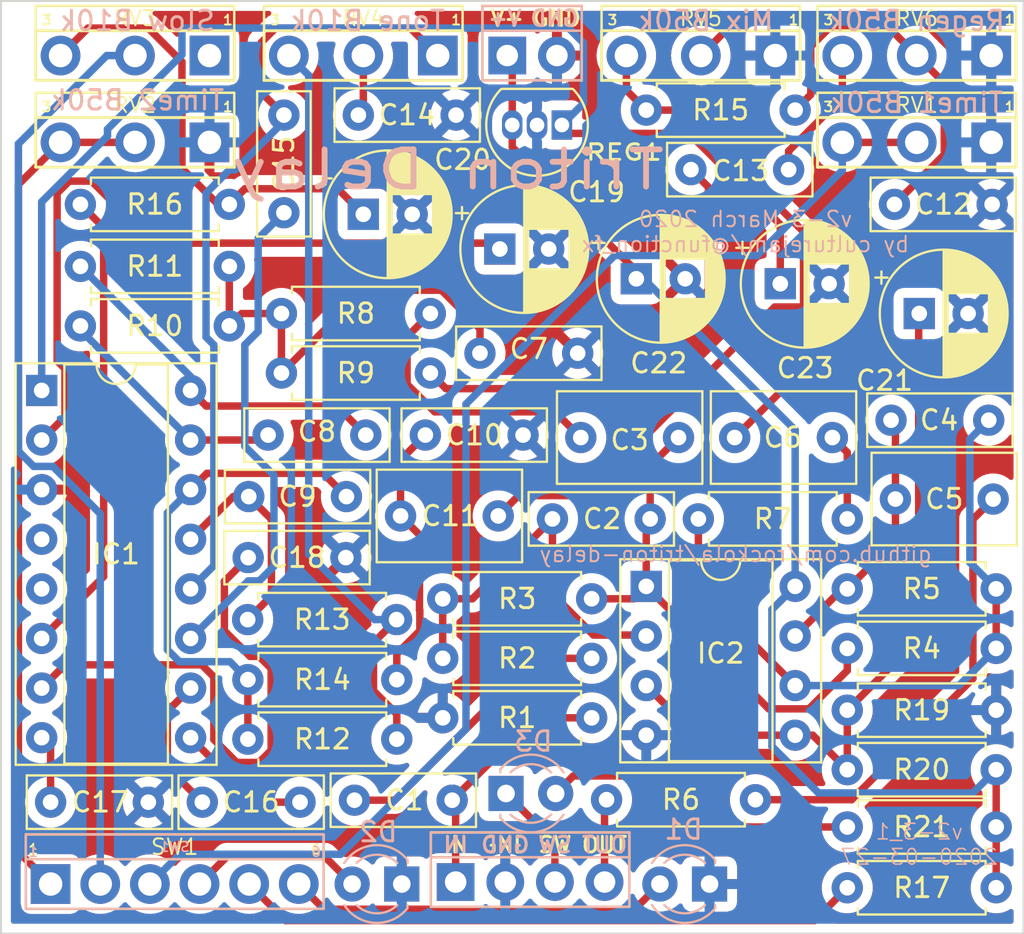
<source format=kicad_pcb>
(kicad_pcb (version 20200119) (host pcbnew "(5.99.0-1153-ge46e2e4e7)")
  (layers (0 "F.Cu" signal) (31 "B.Cu" signal) (34 "B.Paste" user) (35 "F.Paste" user) (36 "B.SilkS" user) (37 "F.SilkS" user) (38 "B.Mask" user) (39 "F.Mask" user) (44 "Edge.Cuts" user))
  (net 0 "")
  (net 1 "Net-(C1-Pad2)")
  (net 2 "IN")
  (net 3 "Net-(C2-Pad2)")
  (net 4 "Net-(C2-Pad1)")
  (net 5 "Net-(C3-Pad2)")
  (net 6 "Net-(C4-Pad2)")
  (net 7 "Net-(C4-Pad1)")
  (net 8 "Net-(C5-Pad2)")
  (net 9 "Net-(C6-Pad2)")
  (net 10 "Net-(C6-Pad1)")
  (net 11 "GND")
  (net 12 "Net-(C7-Pad1)")
  (net 13 "Net-(C8-Pad2)")
  (net 14 "Net-(C8-Pad1)")
  (net 15 "Net-(C9-Pad2)")
  (net 16 "Net-(C9-Pad1)")
  (net 17 "Net-(C10-Pad1)")
  (net 18 "Net-(C11-Pad2)")
  (net 19 "Net-(C12-Pad1)")
  (net 20 "Net-(C13-Pad2)")
  (net 21 "Net-(C13-Pad1)")
  (net 22 "Net-(C14-Pad1)")
  (net 23 "Net-(C15-Pad2)")
  (net 24 "Net-(C15-Pad1)")
  (net 25 "Net-(C16-Pad2)")
  (net 26 "Net-(C16-Pad1)")
  (net 27 "Net-(C17-Pad1)")
  (net 28 "Net-(C18-Pad1)")
  (net 29 "Net-(C19-Pad1)")
  (net 30 "Net-(C20-Pad1)")
  (net 31 "VR")
  (net 32 "+9V")
  (net 33 "VA")
  (net 34 "Net-(D1-Pad2)")
  (net 35 "Net-(D2-Pad2)")
  (net 36 "L+")
  (net 37 "LED-")
  (net 38 "Net-(IC1-Pad6)")
  (net 39 "Net-(IC1-Pad5)")
  (net 40 "Net-(IC1-Pad4)")
  (net 41 "OUT")
  (net 42 "Net-(R12-Pad2)")
  (net 43 "Net-(RV1-Pad2)")
  (net 44 "Net-(RV2-Pad2)")
  (net 45 "Net-(RV3-Pad2)")
  (net 46 "Net-(RV3-Pad1)")
  (net 47 "Net-(R17-Pad2)")
  (module "rockola_kicad_footprints:R_DIN0207" (layer "F.Cu") (at 116.078 75.819 180)
    (fp_text reference "R1" (at 3.81 0) (layer "F.SilkS"))
    (fp_text value "1M")
    (pad "2" thru_hole oval (at 7.62 0 180) (size 1.6 1.6) (drill 0.8) (layers *.Cu *.Mask) (net 11 "GND"))
    (pad "1" thru_hole circle (at 0 0 180) (size 1.6 1.6) (drill 0.8) (layers *.Cu *.Mask) (net 2 "IN"))
  )
  (module "potentiometers:16MM_PADS.2" (layer "F.Cu") (at 92.71 46.355)
    (fp_text reference "RV2" (at 0 -1.905) (layer "F.SilkS") (effects (font (size 0.77216 0.77216) (thickness 0.1))))
    (fp_text value "Time2 B50k" (at 0.127 -2.159) (layer "B.SilkS") (effects (justify mirror)))
    (fp_text user "1" (at 4.445 -1.524) (layer "F.SilkS") (effects (font (size 0.5 0.5) (thickness 0.1)) (justify left bottom)))
    (fp_text user "3" (at -4.826 -1.524) (layer "F.SilkS") (effects (font (size 0.5 0.5) (thickness 0.1)) (justify left bottom)))
    (pad "3" thru_hole oval (at -3.81 0 180) (size 2.032 2.032) (drill 1.2) (layers *.Cu *.Mask) (net 44 "Net-(RV2-Pad2)"))
    (pad "2" thru_hole oval (at 0 0 180) (size 2.032 2.032) (drill 1.2) (layers *.Cu *.Mask) (net 44 "Net-(RV2-Pad2)"))
    (pad "1" thru_hole rect (at 3.81 0 180) (size 2.032 2.032) (drill 1.2) (layers *.Cu *.Mask) (net 11 "GND"))
  )
  (module "potentiometers:16MM_PADS.2" (layer "F.Cu") (at 132.715 46.355)
    (fp_text reference "RV1" (at 0 -1.905) (layer "F.SilkS") (effects (font (size 0.77216 0.77216) (thickness 0.1))))
    (fp_text value "Time1 B50k" (at 0 -2.032 unlocked) (layer "B.SilkS") (effects (justify mirror)))
    (fp_text user "1" (at 4.445 -1.524) (layer "F.SilkS") (effects (font (size 0.5 0.5) (thickness 0.1)) (justify left bottom)))
    (fp_text user "3" (at -4.826 -1.524) (layer "F.SilkS") (effects (font (size 0.5 0.5) (thickness 0.1)) (justify left bottom)))
    (pad "3" thru_hole oval (at -3.81 0 180) (size 2.032 2.032) (drill 1.2) (layers *.Cu *.Mask) (net 43 "Net-(RV1-Pad2)"))
    (pad "2" thru_hole oval (at 0 0 180) (size 2.032 2.032) (drill 1.2) (layers *.Cu *.Mask) (net 43 "Net-(RV1-Pad2)"))
    (pad "1" thru_hole rect (at 3.81 0 180) (size 2.032 2.032) (drill 1.2) (layers *.Cu *.Mask) (net 11 "GND"))
  )
  (module "rockola_kicad_footprints:C_Box_7.2_4.5" (layer "F.Cu") (at 106.299 65.4812)
    (fp_text reference "C11" (at 2.54 0) (layer "F.SilkS"))
    (fp_text value "470n")
    (pad "2" thru_hole circle (at 5 0) (size 1.6 1.6) (drill 0.8) (layers *.Cu *.Mask) (net 18 "Net-(C11-Pad2)"))
    (pad "1" thru_hole circle (at 0 0) (size 1.6 1.6) (drill 0.8) (layers *.Cu *.Mask) (net 17 "Net-(C10-Pad1)"))
  )
  (module "rockola_kicad_footprints:C_Box_7.2_4.5" (layer "F.Cu") (at 128.397 61.468 180)
    (fp_text reference "C6" (at 2.54 0) (layer "F.SilkS"))
    (fp_text value "470n")
    (pad "2" thru_hole circle (at 5 0 180) (size 1.6 1.6) (drill 0.8) (layers *.Cu *.Mask) (net 9 "Net-(C6-Pad2)"))
    (pad "1" thru_hole circle (at 0 0 180) (size 1.6 1.6) (drill 0.8) (layers *.Cu *.Mask) (net 10 "Net-(C6-Pad1)"))
  )
  (module "rockola_kicad_footprints:C_Box_7.2_4.5" (layer "F.Cu") (at 131.6228 64.6176)
    (fp_text reference "C5" (at 2.5 0) (layer "F.SilkS"))
    (fp_text value "470n")
    (pad "2" thru_hole circle (at 5 0) (size 1.6 1.6) (drill 0.8) (layers *.Cu *.Mask) (net 8 "Net-(C5-Pad2)"))
    (pad "1" thru_hole circle (at 0 0) (size 1.6 1.6) (drill 0.8) (layers *.Cu *.Mask) (net 6 "Net-(C4-Pad2)"))
  )
  (module "rockola_kicad_footprints:C_Box_7.2_4.5" (layer "F.Cu") (at 120.523 61.468 180)
    (fp_text reference "C3" (at 2.5 -0.127) (layer "F.SilkS"))
    (fp_text value "470n")
    (pad "2" thru_hole circle (at 5 0 180) (size 1.6 1.6) (drill 0.8) (layers *.Cu *.Mask) (net 5 "Net-(C3-Pad2)"))
    (pad "1" thru_hole circle (at 0 0 180) (size 1.6 1.6) (drill 0.8) (layers *.Cu *.Mask) (net 3 "Net-(C2-Pad2)"))
  )
  (module "switches:DPDT.WIRE" (layer "F.Cu") (at 94.742 84.328)
    (fp_text reference "SW1" (at 0 -1.905) (layer "F.SilkS") (effects (font (size 0.8 0.8) (thickness 0.1))))
    (fp_text value "Time" hide)
    (fp_text user "1" (at -7.239 -1.778) (layer "F.SilkS") (effects (font (size 0.5 0.5) (thickness 0.1))))
    (fp_text user "6" (at 7.239 -1.778) (layer "F.SilkS") (effects (font (size 0.5 0.5) (thickness 0.1))))
    (pad "6" thru_hole oval (at 6.35 0) (size 2.032 2.032) (drill 1.2) (layers *.Cu *.Mask) (net 34 "Net-(D1-Pad2)"))
    (pad "5" thru_hole oval (at 3.81 0) (size 2.032 2.032) (drill 1.2) (layers *.Cu *.Mask) (net 47 "Net-(R17-Pad2)"))
    (pad "4" thru_hole oval (at 1.27 0) (size 2.032 2.032) (drill 1.2) (layers *.Cu *.Mask) (net 35 "Net-(D2-Pad2)"))
    (pad "3" thru_hole oval (at -1.27 0) (size 2.032 2.032) (drill 1.2) (layers *.Cu *.Mask) (net 43 "Net-(RV1-Pad2)"))
    (pad "2" thru_hole oval (at -3.81 0) (size 2.032 2.032) (drill 1.2) (layers *.Cu *.Mask) (net 45 "Net-(RV3-Pad2)"))
    (pad "1" thru_hole rect (at -6.35 0) (size 2.032 2.032) (drill 1.2) (layers *.Cu *.Mask) (net 44 "Net-(RV2-Pad2)"))
  )
  (module "rockola_kicad_footprints:Power_Header_2pin" (layer "F.Cu") (at 115.57 41.91)
    (fp_text reference "J2" hide)
    (fp_text value "Power_Connector" hide)
    (fp_text user "V+" (at -3.81 -1.905 unlocked) (layer "F.SilkS") (effects (font (size 0.8 0.8))))
    (fp_text user "GND" (at -1.27 -1.905 unlocked) (layer "F.SilkS") (effects (font (size 0.8 0.8))))
    (fp_text user "V+" (at -3.937 -1.905 unlocked) (layer "B.SilkS") (effects (font (size 0.8 0.8)) (justify mirror)))
    (fp_text user "GND" (at -1.397 -1.905 unlocked) (layer "B.SilkS") (effects (font (size 0.8 0.8)) (justify mirror)))
    (pad "2" thru_hole oval (at -1.27 0) (size 1.9304 1.9304) (drill 1.1) (layers *.Cu *.Mask) (net 11 "GND"))
    (pad "1" thru_hole rect (at -3.81 0) (size 1.9304 1.9304) (drill 1.1) (layers *.Cu *.Mask) (net 32 "+9V"))
  )
  (module "rockola_kicad_footprints:R_DIN0207" (layer "F.Cu") (at 129.159 81.407)
    (fp_text reference "R21" (at 3.81 0) (layer "F.SilkS"))
    (fp_text value "4k7")
    (pad "2" thru_hole oval (at 7.62 0) (size 1.6 1.6) (drill 0.8) (layers *.Cu *.Mask) (net 32 "+9V"))
    (pad "1" thru_hole circle (at 0 0) (size 1.6 1.6) (drill 0.8) (layers *.Cu *.Mask) (net 36 "L+"))
  )
  (module "rockola_kicad_footprints:R_DIN0207" (layer "F.Cu") (at 129.159 78.4733)
    (fp_text reference "R20" (at 3.81 0) (layer "F.SilkS"))
    (fp_text value "10k")
    (pad "2" thru_hole oval (at 7.62 0) (size 1.6 1.6) (drill 0.8) (layers *.Cu *.Mask) (net 32 "+9V"))
    (pad "1" thru_hole circle (at 0 0) (size 1.6 1.6) (drill 0.8) (layers *.Cu *.Mask) (net 31 "VR"))
  )
  (module "rockola_kicad_footprints:R_DIN0207" (layer "F.Cu") (at 129.159 75.4253)
    (fp_text reference "R19" (at 3.81 0) (layer "F.SilkS"))
    (fp_text value "10k")
    (pad "2" thru_hole oval (at 7.62 0) (size 1.6 1.6) (drill 0.8) (layers *.Cu *.Mask) (net 11 "GND"))
    (pad "1" thru_hole circle (at 0 0) (size 1.6 1.6) (drill 0.8) (layers *.Cu *.Mask) (net 31 "VR"))
  )
  (module "rockola_kicad_footprints:R_DIN0207" (layer "F.Cu") (at 136.779 84.5185 180)
    (fp_text reference "R17" (at 3.81 0) (layer "F.SilkS"))
    (fp_text value "4k7")
    (pad "2" thru_hole oval (at 7.62 0 180) (size 1.6 1.6) (drill 0.8) (layers *.Cu *.Mask) (net 47 "Net-(R17-Pad2)"))
    (pad "1" thru_hole circle (at 0 0 180) (size 1.6 1.6) (drill 0.8) (layers *.Cu *.Mask) (net 32 "+9V"))
  )
  (module "rockola_kicad_footprints:R_DIN0207" (layer "F.Cu") (at 97.536 49.53 180)
    (fp_text reference "R16" (at 3.81 0) (layer "F.SilkS"))
    (fp_text value "2k2")
    (pad "2" thru_hole oval (at 7.62 0 180) (size 1.6 1.6) (drill 0.8) (layers *.Cu *.Mask) (net 38 "Net-(IC1-Pad6)"))
    (pad "1" thru_hole circle (at 0 0 180) (size 1.6 1.6) (drill 0.8) (layers *.Cu *.Mask) (net 30 "Net-(C20-Pad1)"))
  )
  (module "rockola_kicad_footprints:R_DIN0207" (layer "F.Cu") (at 118.872 44.704)
    (fp_text reference "R15" (at 3.81 0) (layer "F.SilkS"))
    (fp_text value "1k")
    (pad "2" thru_hole oval (at 7.62 0) (size 1.6 1.6) (drill 0.8) (layers *.Cu *.Mask) (net 19 "Net-(C12-Pad1)"))
    (pad "1" thru_hole circle (at 0 0) (size 1.6 1.6) (drill 0.8) (layers *.Cu *.Mask) (net 18 "Net-(C11-Pad2)"))
  )
  (module "rockola_kicad_footprints:R_DIN0207" (layer "F.Cu") (at 98.4866 73.8632)
    (fp_text reference "R14" (at 3.81 0) (layer "F.SilkS"))
    (fp_text value "1k")
    (pad "2" thru_hole oval (at 7.62 0) (size 1.6 1.6) (drill 0.8) (layers *.Cu *.Mask) (net 17 "Net-(C10-Pad1)"))
    (pad "1" thru_hole circle (at 0 0) (size 1.6 1.6) (drill 0.8) (layers *.Cu *.Mask) (net 16 "Net-(C9-Pad1)"))
  )
  (module "rockola_kicad_footprints:R_DIN0207" (layer "F.Cu") (at 98.4758 70.7898)
    (fp_text reference "R13" (at 3.81 0) (layer "F.SilkS"))
    (fp_text value "10k")
    (pad "2" thru_hole oval (at 7.62 0) (size 1.6 1.6) (drill 0.8) (layers *.Cu *.Mask) (net 42 "Net-(R12-Pad2)"))
    (pad "1" thru_hole circle (at 0 0) (size 1.6 1.6) (drill 0.8) (layers *.Cu *.Mask) (net 15 "Net-(C9-Pad2)"))
  )
  (module "rockola_kicad_footprints:R_DIN0207" (layer "F.Cu") (at 98.4866 76.9112)
    (fp_text reference "R12" (at 3.81 0) (layer "F.SilkS"))
    (fp_text value "22k")
    (pad "2" thru_hole oval (at 7.62 0) (size 1.6 1.6) (drill 0.8) (layers *.Cu *.Mask) (net 42 "Net-(R12-Pad2)"))
    (pad "1" thru_hole circle (at 0 0) (size 1.6 1.6) (drill 0.8) (layers *.Cu *.Mask) (net 16 "Net-(C9-Pad1)"))
  )
  (module "rockola_kicad_footprints:R_DIN0207" (layer "F.Cu") (at 97.536 52.705 180)
    (fp_text reference "R11" (at 3.81 0) (layer "F.SilkS"))
    (fp_text value "10k")
    (pad "2" thru_hole oval (at 7.62 0 180) (size 1.6 1.6) (drill 0.8) (layers *.Cu *.Mask) (net 14 "Net-(C8-Pad1)"))
    (pad "1" thru_hole circle (at 0 0 180) (size 1.6 1.6) (drill 0.8) (layers *.Cu *.Mask) (net 12 "Net-(C7-Pad1)"))
  )
  (module "rockola_kicad_footprints:R_DIN0207" (layer "F.Cu") (at 97.536 55.753 180)
    (fp_text reference "R10" (at 3.81 0) (layer "F.SilkS"))
    (fp_text value "10k")
    (pad "2" thru_hole oval (at 7.62 0 180) (size 1.6 1.6) (drill 0.8) (layers *.Cu *.Mask) (net 13 "Net-(C8-Pad2)"))
    (pad "1" thru_hole circle (at 0 0 180) (size 1.6 1.6) (drill 0.8) (layers *.Cu *.Mask) (net 12 "Net-(C7-Pad1)"))
  )
  (module "rockola_kicad_footprints:R_DIN0207" (layer "F.Cu") (at 100.203 58.166)
    (fp_text reference "R9" (at 3.81 0) (layer "F.SilkS"))
    (fp_text value "22k")
    (pad "2" thru_hole oval (at 7.62 0) (size 1.6 1.6) (drill 0.8) (layers *.Cu *.Mask) (net 21 "Net-(C13-Pad1)"))
    (pad "1" thru_hole circle (at 0 0) (size 1.6 1.6) (drill 0.8) (layers *.Cu *.Mask) (net 12 "Net-(C7-Pad1)"))
  )
  (module "rockola_kicad_footprints:R_DIN0207" (layer "F.Cu") (at 107.823 55.118 180)
    (fp_text reference "R8" (at 3.81 0) (layer "F.SilkS"))
    (fp_text value "22k")
    (pad "2" thru_hole oval (at 7.62 0 180) (size 1.6 1.6) (drill 0.8) (layers *.Cu *.Mask) (net 12 "Net-(C7-Pad1)"))
    (pad "1" thru_hole circle (at 0 0 180) (size 1.6 1.6) (drill 0.8) (layers *.Cu *.Mask) (net 5 "Net-(C3-Pad2)"))
  )
  (module "rockola_kicad_footprints:R_DIN0207" (layer "F.Cu") (at 121.539 65.6336)
    (fp_text reference "R7" (at 3.81 0) (layer "F.SilkS"))
    (fp_text value "15k")
    (pad "2" thru_hole oval (at 7.62 0) (size 1.6 1.6) (drill 0.8) (layers *.Cu *.Mask) (net 10 "Net-(C6-Pad1)"))
    (pad "1" thru_hole circle (at 0 0) (size 1.6 1.6) (drill 0.8) (layers *.Cu *.Mask) (net 7 "Net-(C4-Pad1)"))
  )
  (module "rockola_kicad_footprints:R_DIN0207" (layer "F.Cu") (at 124.46 80.01 180)
    (fp_text reference "R6" (at 3.81 0) (layer "F.SilkS"))
    (fp_text value "1k")
    (pad "2" thru_hole oval (at 7.62 0 180) (size 1.6 1.6) (drill 0.8) (layers *.Cu *.Mask) (net 41 "OUT"))
    (pad "1" thru_hole circle (at 0 0 180) (size 1.6 1.6) (drill 0.8) (layers *.Cu *.Mask) (net 8 "Net-(C5-Pad2)"))
  )
  (module "rockola_kicad_footprints:R_DIN0207" (layer "F.Cu") (at 136.779 69.215 180)
    (fp_text reference "R5" (at 3.81 0) (layer "F.SilkS"))
    (fp_text value "12k")
    (pad "2" thru_hole oval (at 7.62 0 180) (size 1.6 1.6) (drill 0.8) (layers *.Cu *.Mask) (net 6 "Net-(C4-Pad2)"))
    (pad "1" thru_hole circle (at 0 0 180) (size 1.6 1.6) (drill 0.8) (layers *.Cu *.Mask) (net 7 "Net-(C4-Pad1)"))
  )
  (module "rockola_kicad_footprints:R_DIN0207" (layer "F.Cu") (at 129.159 72.263)
    (fp_text reference "R4" (at 3.81 0) (layer "F.SilkS"))
    (fp_text value "22k")
    (pad "2" thru_hole oval (at 7.62 0) (size 1.6 1.6) (drill 0.8) (layers *.Cu *.Mask) (net 7 "Net-(C4-Pad1)"))
    (pad "1" thru_hole circle (at 0 0) (size 1.6 1.6) (drill 0.8) (layers *.Cu *.Mask) (net 3 "Net-(C2-Pad2)"))
  )
  (module "rockola_kicad_footprints:R_DIN0207" (layer "F.Cu") (at 108.458 69.723)
    (fp_text reference "R3" (at 3.81 0) (layer "F.SilkS"))
    (fp_text value "330k")
    (pad "2" thru_hole oval (at 7.62 0) (size 1.6 1.6) (drill 0.8) (layers *.Cu *.Mask) (net 3 "Net-(C2-Pad2)"))
    (pad "1" thru_hole circle (at 0 0) (size 1.6 1.6) (drill 0.8) (layers *.Cu *.Mask) (net 4 "Net-(C2-Pad1)"))
  )
  (module "rockola_kicad_footprints:R_DIN0207" (layer "F.Cu") (at 116.078 72.771 180)
    (fp_text reference "R2" (at 3.81 0) (layer "F.SilkS"))
    (fp_text value "150k")
    (pad "2" thru_hole oval (at 7.62 0 180) (size 1.6 1.6) (drill 0.8) (layers *.Cu *.Mask) (net 4 "Net-(C2-Pad1)"))
    (pad "1" thru_hole circle (at 0 0 180) (size 1.6 1.6) (drill 0.8) (layers *.Cu *.Mask) (net 1 "Net-(C1-Pad2)"))
  )
  (module "potentiometers:16MM_PADS.2" (layer "F.Cu") (at 132.715 41.91)
    (fp_text reference "RV6" (at 0 -1.905) (layer "F.SilkS") (effects (font (size 0.77216 0.77216) (thickness 0.1))))
    (fp_text value "Regen B50k" (at 0 -1.778) (layer "B.SilkS") (effects (justify mirror)))
    (fp_text user "1" (at 4.445 -1.524) (layer "F.SilkS") (effects (font (size 0.5 0.5) (thickness 0.1)) (justify left bottom)))
    (fp_text user "3" (at -4.826 -1.524) (layer "F.SilkS") (effects (font (size 0.5 0.5) (thickness 0.1)) (justify left bottom)))
    (pad "3" thru_hole oval (at -3.81 0 180) (size 2.032 2.032) (drill 1.2) (layers *.Cu *.Mask) (net 20 "Net-(C13-Pad2)"))
    (pad "2" thru_hole oval (at 0 0 180) (size 2.032 2.032) (drill 1.2) (layers *.Cu *.Mask) (net 19 "Net-(C12-Pad1)"))
    (pad "1" thru_hole rect (at 3.81 0 180) (size 2.032 2.032) (drill 1.2) (layers *.Cu *.Mask) (net 11 "GND"))
  )
  (module "potentiometers:16MM_PADS.2" (layer "F.Cu") (at 121.666 41.91)
    (fp_text reference "RV5" (at 0 -1.905) (layer "F.SilkS") (effects (font (size 0.77216 0.77216) (thickness 0.1))))
    (fp_text value "Mix B50k" (at 0.254 -1.778) (layer "B.SilkS") (effects (justify mirror)))
    (fp_text user "1" (at 4.445 -1.524) (layer "F.SilkS") (effects (font (size 0.5 0.5) (thickness 0.1)) (justify left bottom)))
    (fp_text user "3" (at -4.826 -1.524) (layer "F.SilkS") (effects (font (size 0.5 0.5) (thickness 0.1)) (justify left bottom)))
    (pad "3" thru_hole oval (at -3.81 0 180) (size 2.032 2.032) (drill 1.2) (layers *.Cu *.Mask) (net 18 "Net-(C11-Pad2)"))
    (pad "2" thru_hole oval (at 0 0 180) (size 2.032 2.032) (drill 1.2) (layers *.Cu *.Mask) (net 9 "Net-(C6-Pad2)"))
    (pad "1" thru_hole rect (at 3.81 0 180) (size 2.032 2.032) (drill 1.2) (layers *.Cu *.Mask) (net 11 "GND"))
  )
  (module "potentiometers:16MM_PADS.2" (layer "F.Cu") (at 104.394 41.91)
    (fp_text reference "RV4" (at 0 -1.905) (layer "F.SilkS") (effects (font (size 0.77216 0.77216) (thickness 0.1))))
    (fp_text value "Tone B10k" (at 0.230001 -1.778) (layer "B.SilkS") (effects (justify mirror)))
    (fp_text user "1" (at 4.445 -1.524) (layer "F.SilkS") (effects (font (size 0.5 0.5) (thickness 0.1)) (justify left bottom)))
    (fp_text user "3" (at -4.826 -1.524) (layer "F.SilkS") (effects (font (size 0.5 0.5) (thickness 0.1)) (justify left bottom)))
    (pad "3" thru_hole oval (at -3.81 0 180) (size 2.032 2.032) (drill 1.2) (layers *.Cu *.Mask) (net 42 "Net-(R12-Pad2)"))
    (pad "2" thru_hole oval (at 0 0 180) (size 2.032 2.032) (drill 1.2) (layers *.Cu *.Mask) (net 22 "Net-(C14-Pad1)"))
    (pad "1" thru_hole rect (at 3.81 0 180) (size 2.032 2.032) (drill 1.2) (layers *.Cu *.Mask) (net 24 "Net-(C15-Pad1)"))
  )
  (module "potentiometers:16MM_PADS.2" (layer "F.Cu") (at 92.71 41.91)
    (fp_text reference "RV3" (at 0 -1.905) (layer "F.SilkS") (effects (font (size 0.77216 0.77216) (thickness 0.1))))
    (fp_text value "Slow B10k" (at 0.127 -1.778) (layer "B.SilkS") (effects (justify mirror)))
    (fp_text user "1" (at 4.445 -1.524) (layer "F.SilkS") (effects (font (size 0.5 0.5) (thickness 0.1)) (justify left bottom)))
    (fp_text user "3" (at -4.826 -1.524) (layer "F.SilkS") (effects (font (size 0.5 0.5) (thickness 0.1)) (justify left bottom)))
    (pad "3" thru_hole oval (at -3.81 0 180) (size 2.032 2.032) (drill 1.2) (layers *.Cu *.Mask) (net 30 "Net-(C20-Pad1)"))
    (pad "2" thru_hole oval (at 0 0 180) (size 2.032 2.032) (drill 1.2) (layers *.Cu *.Mask) (net 45 "Net-(RV3-Pad2)"))
    (pad "1" thru_hole rect (at 3.81 0 180) (size 2.032 2.032) (drill 1.2) (layers *.Cu *.Mask) (net 46 "Net-(RV3-Pad1)"))
  )
  (module "Package_TO_SOT_THT:TO-92_Inline" (layer "F.Cu") (at 114.554 45.466 180)
    (fp_text reference "REG1" (at -3.175 -1.397) (layer "F.SilkS") (effects (font (size 0.8 1))))
    (fp_text value "L78L05_TO92")
    (pad "1" thru_hole rect (at 0 0 180) (size 1.05 1.5) (drill 0.75) (layers *.Cu *.Mask) (net 33 "VA"))
    (pad "3" thru_hole oval (at 2.54 0 180) (size 1.05 1.5) (drill 0.75) (layers *.Cu *.Mask) (net 32 "+9V"))
    (pad "2" thru_hole oval (at 1.27 0 180) (size 1.05 1.5) (drill 0.75) (layers *.Cu *.Mask) (net 11 "GND"))
  )
  (module "rockola_kicad_footprints:Stomp_4pin" (layer "F.Cu") (at 112.9284 84.2264)
    (fp_text reference "J1" hide)
    (fp_text value "Stomp_Connector" hide)
    (fp_text user "OUT" (at 3.81 -1.905 unlocked) (layer "B.SilkS") (effects (font (size 0.8 0.8)) (justify mirror)))
    (fp_text user "SW" (at 1.27 -1.905 unlocked) (layer "B.SilkS") (effects (font (size 0.8 0.8)) (justify mirror)))
    (fp_text user "GND" (at -1.27 -1.905 unlocked) (layer "B.SilkS") (effects (font (size 0.8 0.8)) (justify mirror)))
    (fp_text user "IN" (at -3.81 -1.905 unlocked) (layer "B.SilkS") (effects (font (size 0.8 0.8)) (justify mirror)))
    (fp_text user "OUT" (at 3.81 -1.905 unlocked) (layer "F.SilkS") (effects (font (size 0.8 0.8))))
    (fp_text user "SW" (at 1.27 -1.905 unlocked) (layer "F.SilkS") (effects (font (size 0.8 0.8))))
    (fp_text user "GND" (at -1.27 -1.905 unlocked) (layer "F.SilkS") (effects (font (size 0.8 0.8))))
    (fp_text user "IN" (at -3.81 -1.905 unlocked) (layer "F.SilkS") (effects (font (size 0.8 0.8))))
    (pad "4" thru_hole oval (at 3.81 0) (size 1.9304 1.9304) (drill 1.1) (layers *.Cu *.Mask) (net 41 "OUT"))
    (pad "3" thru_hole oval (at 1.27 0) (size 1.9304 1.9304) (drill 1.1) (layers *.Cu *.Mask) (net 37 "LED-"))
    (pad "2" thru_hole oval (at -1.27 0) (size 1.9304 1.9304) (drill 1.1) (layers *.Cu *.Mask) (net 11 "GND"))
    (pad "1" thru_hole rect (at -3.81 0) (size 1.9304 1.9304) (drill 1.1) (layers *.Cu *.Mask) (net 2 "IN"))
  )
  (module "Package_DIP:DIP-8_W7.62mm_Socket" (layer "F.Cu") (at 118.872 69.088)
    (fp_text reference "IC2" (at 3.81 3.429) (layer "F.SilkS"))
    (fp_text value "TL072")
    (pad "8" thru_hole oval (at 7.62 0) (size 1.6 1.6) (drill 0.8) (layers *.Cu *.Mask) (net 32 "+9V"))
    (pad "4" thru_hole oval (at 0 7.62) (size 1.6 1.6) (drill 0.8) (layers *.Cu *.Mask) (net 11 "GND"))
    (pad "7" thru_hole oval (at 7.62 2.54) (size 1.6 1.6) (drill 0.8) (layers *.Cu *.Mask) (net 6 "Net-(C4-Pad2)"))
    (pad "3" thru_hole oval (at 0 5.08) (size 1.6 1.6) (drill 0.8) (layers *.Cu *.Mask) (net 31 "VR"))
    (pad "6" thru_hole oval (at 7.62 5.08) (size 1.6 1.6) (drill 0.8) (layers *.Cu *.Mask) (net 7 "Net-(C4-Pad1)"))
    (pad "2" thru_hole oval (at 0 2.54) (size 1.6 1.6) (drill 0.8) (layers *.Cu *.Mask) (net 4 "Net-(C2-Pad1)"))
    (pad "5" thru_hole oval (at 7.62 7.62) (size 1.6 1.6) (drill 0.8) (layers *.Cu *.Mask) (net 31 "VR"))
    (pad "1" thru_hole rect (at 0 0) (size 1.6 1.6) (drill 0.8) (layers *.Cu *.Mask) (net 3 "Net-(C2-Pad2)"))
  )
  (module "Package_DIP:DIP-16_W7.62mm_Socket" (layer "F.Cu") (at 87.9348 59.055)
    (fp_text reference "IC1" (at 3.81 8.382) (layer "F.SilkS"))
    (fp_text value "PT2399")
    (pad "16" thru_hole oval (at 7.62 0) (size 1.6 1.6) (drill 0.8) (layers *.Cu *.Mask) (net 14 "Net-(C8-Pad1)"))
    (pad "8" thru_hole oval (at 0 17.78) (size 1.6 1.6) (drill 0.8) (layers *.Cu *.Mask) (net 27 "Net-(C17-Pad1)"))
    (pad "15" thru_hole oval (at 7.62 2.54) (size 1.6 1.6) (drill 0.8) (layers *.Cu *.Mask) (net 13 "Net-(C8-Pad2)"))
    (pad "7" thru_hole oval (at 0 15.24) (size 1.6 1.6) (drill 0.8) (layers *.Cu *.Mask) (net 28 "Net-(C18-Pad1)"))
    (pad "14" thru_hole oval (at 7.62 5.08) (size 1.6 1.6) (drill 0.8) (layers *.Cu *.Mask) (net 16 "Net-(C9-Pad1)"))
    (pad "6" thru_hole oval (at 0 12.7) (size 1.6 1.6) (drill 0.8) (layers *.Cu *.Mask) (net 38 "Net-(IC1-Pad6)"))
    (pad "13" thru_hole oval (at 7.62 7.62) (size 1.6 1.6) (drill 0.8) (layers *.Cu *.Mask) (net 15 "Net-(C9-Pad2)"))
    (pad "5" thru_hole oval (at 0 10.16) (size 1.6 1.6) (drill 0.8) (layers *.Cu *.Mask) (net 39 "Net-(IC1-Pad5)"))
    (pad "12" thru_hole oval (at 7.62 10.16) (size 1.6 1.6) (drill 0.8) (layers *.Cu *.Mask) (net 24 "Net-(C15-Pad1)"))
    (pad "4" thru_hole oval (at 0 7.62) (size 1.6 1.6) (drill 0.8) (layers *.Cu *.Mask) (net 40 "Net-(IC1-Pad4)"))
    (pad "11" thru_hole oval (at 7.62 12.7) (size 1.6 1.6) (drill 0.8) (layers *.Cu *.Mask) (net 23 "Net-(C15-Pad2)"))
    (pad "3" thru_hole oval (at 0 5.08) (size 1.6 1.6) (drill 0.8) (layers *.Cu *.Mask) (net 11 "GND"))
    (pad "10" thru_hole oval (at 7.62 15.24) (size 1.6 1.6) (drill 0.8) (layers *.Cu *.Mask) (net 25 "Net-(C16-Pad2)"))
    (pad "2" thru_hole oval (at 0 2.54) (size 1.6 1.6) (drill 0.8) (layers *.Cu *.Mask) (net 29 "Net-(C19-Pad1)"))
    (pad "9" thru_hole oval (at 7.62 17.78) (size 1.6 1.6) (drill 0.8) (layers *.Cu *.Mask) (net 26 "Net-(C16-Pad1)"))
    (pad "1" thru_hole rect (at 0 0) (size 1.6 1.6) (drill 0.8) (layers *.Cu *.Mask) (net 33 "VA"))
  )
  (module "LED_THT:LED_D3.0mm" (layer "B.Cu") (at 111.6965 79.6925)
    (fp_text reference "D3" (at 1.397 -2.667) (layer "B.SilkS") (effects (justify mirror)))
    (fp_text value "LED")
    (pad "2" thru_hole circle (at 2.54 0) (size 1.8 1.8) (drill 0.9) (layers *.Cu *.Mask) (net 36 "L+"))
    (pad "1" thru_hole rect (at 0 0) (size 1.8 1.8) (drill 0.9) (layers *.Cu *.Mask) (net 37 "LED-"))
  )
  (module "LED_THT:LED_D3.0mm" (layer "B.Cu") (at 106.3625 84.328 180)
    (fp_text reference "D2" (at 1.2065 2.667) (layer "B.SilkS") (effects (justify mirror)))
    (fp_text value "LED")
    (pad "2" thru_hole circle (at 2.54 0 180) (size 1.8 1.8) (drill 0.9) (layers *.Cu *.Mask) (net 35 "Net-(D2-Pad2)"))
    (pad "1" thru_hole rect (at 0 0 180) (size 1.8 1.8) (drill 0.9) (layers *.Cu *.Mask) (net 11 "GND"))
  )
  (module "LED_THT:LED_D3.0mm" (layer "B.Cu") (at 122.1105 84.328 180)
    (fp_text reference "D1" (at 1.3335 2.794) (layer "B.SilkS") (effects (justify mirror)))
    (fp_text value "LED")
    (pad "2" thru_hole circle (at 2.54 0 180) (size 1.8 1.8) (drill 0.9) (layers *.Cu *.Mask) (net 34 "Net-(D1-Pad2)"))
    (pad "1" thru_hole rect (at 0 0 180) (size 1.8 1.8) (drill 0.9) (layers *.Cu *.Mask) (net 11 "GND"))
  )
  (module "Capacitor_THT:CP_Radial_D6.3mm_P2.50mm" (layer "F.Cu") (at 125.73 53.594)
    (fp_text reference "C23" (at 1.27 4.318) (layer "F.SilkS"))
    (fp_text value "100u")
    (pad "2" thru_hole circle (at 2.5 0) (size 1.6 1.6) (drill 0.8) (layers *.Cu *.Mask) (net 11 "GND"))
    (pad "1" thru_hole rect (at 0 0) (size 1.6 1.6) (drill 0.8) (layers *.Cu *.Mask) (net 33 "VA"))
  )
  (module "Capacitor_THT:CP_Radial_D6.3mm_P2.50mm" (layer "F.Cu") (at 118.364 53.34)
    (fp_text reference "C22" (at 1.143 4.318) (layer "F.SilkS"))
    (fp_text value "100u")
    (pad "2" thru_hole circle (at 2.5 0) (size 1.6 1.6) (drill 0.8) (layers *.Cu *.Mask) (net 11 "GND"))
    (pad "1" thru_hole rect (at 0 0) (size 1.6 1.6) (drill 0.8) (layers *.Cu *.Mask) (net 32 "+9V"))
  )
  (module "Capacitor_THT:CP_Radial_D6.3mm_P2.50mm" (layer "F.Cu") (at 132.842 55.118)
    (fp_text reference "C21" (at -1.778 3.429) (layer "F.SilkS"))
    (fp_text value "47u")
    (pad "2" thru_hole circle (at 2.5 0) (size 1.6 1.6) (drill 0.8) (layers *.Cu *.Mask) (net 11 "GND"))
    (pad "1" thru_hole rect (at 0 0) (size 1.6 1.6) (drill 0.8) (layers *.Cu *.Mask) (net 31 "VR"))
  )
  (module "Capacitor_THT:CP_Radial_D6.3mm_P2.50mm" (layer "F.Cu") (at 104.394 50.038)
    (fp_text reference "C20" (at 5.08 -2.794) (layer "F.SilkS"))
    (fp_text value "100u")
    (pad "2" thru_hole circle (at 2.5 0) (size 1.6 1.6) (drill 0.8) (layers *.Cu *.Mask) (net 11 "GND"))
    (pad "1" thru_hole rect (at 0 0) (size 1.6 1.6) (drill 0.8) (layers *.Cu *.Mask) (net 30 "Net-(C20-Pad1)"))
  )
  (module "Capacitor_THT:CP_Radial_D6.3mm_P2.50mm" (layer "F.Cu") (at 111.379 51.816)
    (fp_text reference "C19" (at 4.953 -2.921) (layer "F.SilkS"))
    (fp_text value "47u")
    (pad "2" thru_hole circle (at 2.5 0) (size 1.6 1.6) (drill 0.8) (layers *.Cu *.Mask) (net 11 "GND"))
    (pad "1" thru_hole rect (at 0 0) (size 1.6 1.6) (drill 0.8) (layers *.Cu *.Mask) (net 29 "Net-(C19-Pad1)"))
  )
  (module "rockola_kicad_footprints:C_Box_7.2_2.5" (layer "F.Cu") (at 98.5012 67.6148)
    (fp_text reference "C18" (at 2.5 0) (layer "F.SilkS"))
    (fp_text value "100n")
    (pad "2" thru_hole circle (at 5 0) (size 1.6 1.6) (drill 0.8) (layers *.Cu *.Mask) (net 11 "GND"))
    (pad "1" thru_hole circle (at 0 0) (size 1.6 1.6) (drill 0.8) (layers *.Cu *.Mask) (net 28 "Net-(C18-Pad1)"))
  )
  (module "rockola_kicad_footprints:C_Box_7.2_2.5" (layer "F.Cu") (at 88.392 80.137)
    (fp_text reference "C17" (at 2.54 0 180) (layer "F.SilkS"))
    (fp_text value "100n")
    (pad "2" thru_hole circle (at 5 0) (size 1.6 1.6) (drill 0.8) (layers *.Cu *.Mask) (net 11 "GND"))
    (pad "1" thru_hole circle (at 0 0) (size 1.6 1.6) (drill 0.8) (layers *.Cu *.Mask) (net 27 "Net-(C17-Pad1)"))
  )
  (module "rockola_kicad_footprints:C_Box_7.2_2.5" (layer "F.Cu") (at 101.1555 80.137 180)
    (fp_text reference "C16" (at 2.5 0) (layer "F.SilkS"))
    (fp_text value "100n")
    (pad "2" thru_hole circle (at 5 0 180) (size 1.6 1.6) (drill 0.8) (layers *.Cu *.Mask) (net 25 "Net-(C16-Pad2)"))
    (pad "1" thru_hole circle (at 0 0 180) (size 1.6 1.6) (drill 0.8) (layers *.Cu *.Mask) (net 26 "Net-(C16-Pad1)"))
  )
  (module "rockola_kicad_footprints:C_Box_7.2_2.5" (layer "F.Cu") (at 100.33 44.958 -90)
    (fp_text reference "C15" (at 2.5 0 -270) (layer "F.SilkS"))
    (fp_text value "100n")
    (pad "2" thru_hole circle (at 5 0 270) (size 1.6 1.6) (drill 0.8) (layers *.Cu *.Mask) (net 23 "Net-(C15-Pad2)"))
    (pad "1" thru_hole circle (at 0 0 270) (size 1.6 1.6) (drill 0.8) (layers *.Cu *.Mask) (net 24 "Net-(C15-Pad1)"))
  )
  (module "rockola_kicad_footprints:C_Box_7.2_2.5" (layer "F.Cu") (at 104.14 44.958)
    (fp_text reference "C14" (at 2.5 0) (layer "F.SilkS"))
    (fp_text value "68n")
    (pad "2" thru_hole circle (at 5 0) (size 1.6 1.6) (drill 0.8) (layers *.Cu *.Mask) (net 11 "GND"))
    (pad "1" thru_hole circle (at 0 0) (size 1.6 1.6) (drill 0.8) (layers *.Cu *.Mask) (net 22 "Net-(C14-Pad1)"))
  )
  (module "rockola_kicad_footprints:C_Box_7.2_2.5" (layer "F.Cu") (at 121.158 47.752)
    (fp_text reference "C13" (at 2.54 0.0635) (layer "F.SilkS"))
    (fp_text value "22n")
    (pad "2" thru_hole circle (at 5 0) (size 1.6 1.6) (drill 0.8) (layers *.Cu *.Mask) (net 20 "Net-(C13-Pad2)"))
    (pad "1" thru_hole circle (at 0 0) (size 1.6 1.6) (drill 0.8) (layers *.Cu *.Mask) (net 21 "Net-(C13-Pad1)"))
  )
  (module "rockola_kicad_footprints:C_Box_7.2_2.5" (layer "F.Cu") (at 131.572 49.53)
    (fp_text reference "C12" (at 2.5 0) (layer "F.SilkS"))
    (fp_text value "47n")
    (pad "2" thru_hole circle (at 5 0) (size 1.6 1.6) (drill 0.8) (layers *.Cu *.Mask) (net 11 "GND"))
    (pad "1" thru_hole circle (at 0 0) (size 1.6 1.6) (drill 0.8) (layers *.Cu *.Mask) (net 19 "Net-(C12-Pad1)"))
  )
  (module "rockola_kicad_footprints:C_Box_7.2_2.5" (layer "F.Cu") (at 107.569 61.341)
    (fp_text reference "C10" (at 2.5 0) (layer "F.SilkS"))
    (fp_text value "10n")
    (pad "2" thru_hole circle (at 5 0) (size 1.6 1.6) (drill 0.8) (layers *.Cu *.Mask) (net 11 "GND"))
    (pad "1" thru_hole circle (at 0 0) (size 1.6 1.6) (drill 0.8) (layers *.Cu *.Mask) (net 17 "Net-(C10-Pad1)"))
  )
  (module "rockola_kicad_footprints:C_Box_7.2_2.5" (layer "F.Cu") (at 103.5304 64.4906 180)
    (fp_text reference "C9" (at 2.5 0) (layer "F.SilkS"))
    (fp_text value "2n2")
    (pad "2" thru_hole circle (at 5 0 180) (size 1.6 1.6) (drill 0.8) (layers *.Cu *.Mask) (net 15 "Net-(C9-Pad2)"))
    (pad "1" thru_hole circle (at 0 0 180) (size 1.6 1.6) (drill 0.8) (layers *.Cu *.Mask) (net 16 "Net-(C9-Pad1)"))
  )
  (module "rockola_kicad_footprints:C_Box_7.2_2.5" (layer "F.Cu") (at 104.521 61.341 180)
    (fp_text reference "C8" (at 2.5 0.174) (layer "F.SilkS"))
    (fp_text value "2n2")
    (pad "2" thru_hole circle (at 5 0 180) (size 1.6 1.6) (drill 0.8) (layers *.Cu *.Mask) (net 13 "Net-(C8-Pad2)"))
    (pad "1" thru_hole circle (at 0 0 180) (size 1.6 1.6) (drill 0.8) (layers *.Cu *.Mask) (net 14 "Net-(C8-Pad1)"))
  )
  (module "rockola_kicad_footprints:C_Box_7.2_2.5" (layer "F.Cu") (at 110.363 57.15)
    (fp_text reference "C7" (at 2.5 -0.221) (layer "F.SilkS"))
    (fp_text value "10n")
    (pad "2" thru_hole circle (at 5 0) (size 1.6 1.6) (drill 0.8) (layers *.Cu *.Mask) (net 11 "GND"))
    (pad "1" thru_hole circle (at 0 0) (size 1.6 1.6) (drill 0.8) (layers *.Cu *.Mask) (net 12 "Net-(C7-Pad1)"))
  )
  (module "rockola_kicad_footprints:C_Box_7.2_2.5" (layer "F.Cu") (at 136.398 60.579 180)
    (fp_text reference "C4" (at 2.54 0) (layer "F.SilkS"))
    (fp_text value "100p")
    (pad "2" thru_hole circle (at 5 0 180) (size 1.6 1.6) (drill 0.8) (layers *.Cu *.Mask) (net 6 "Net-(C4-Pad2)"))
    (pad "1" thru_hole circle (at 0 0 180) (size 1.6 1.6) (drill 0.8) (layers *.Cu *.Mask) (net 7 "Net-(C4-Pad1)"))
  )
  (module "rockola_kicad_footprints:C_Box_7.2_2.5" (layer "F.Cu") (at 114.0714 65.6336)
    (fp_text reference "C2" (at 2.54 0) (layer "F.SilkS"))
    (fp_text value "100p")
    (pad "2" thru_hole circle (at 5 0) (size 1.6 1.6) (drill 0.8) (layers *.Cu *.Mask) (net 3 "Net-(C2-Pad2)"))
    (pad "1" thru_hole circle (at 0 0) (size 1.6 1.6) (drill 0.8) (layers *.Cu *.Mask) (net 4 "Net-(C2-Pad1)"))
  )
  (module "rockola_kicad_footprints:C_Box_7.2_2.5" (layer "F.Cu") (at 108.9406 80.0354 180)
    (fp_text reference "C1" (at 2.44 0.004) (layer "F.SilkS"))
    (fp_text value "22n")
    (pad "2" thru_hole circle (at 5 0 180) (size 1.6 1.6) (drill 0.8) (layers *.Cu *.Mask) (net 1 "Net-(C1-Pad2)"))
    (pad "1" thru_hole circle (at 0 0 180) (size 1.6 1.6) (drill 0.8) (layers *.Cu *.Mask) (net 2 "IN"))
  )
  (gr_text "SW1" (at 94.742 82.423) (layer "B.SilkS") (effects (font (size 0.5 0.5) (thickness 0.08)) (justify mirror)))
  (gr_text "6" (at 101.981 82.677) (layer "B.SilkS") (effects (font (size 0.5 0.5) (thickness 0.08)) (justify mirror)))
  (gr_text "1" (at 87.503 82.677) (layer "B.SilkS") (effects (font (size 0.5 0.5) (thickness 0.08)) (justify mirror)))
  (gr_line (start 138.176 39.116) (end 138.176 86.868) (layer "Edge.Cuts") (width 0.1))
  (gr_line (start 85.852 39.116) (end 138.176 39.116) (layer "Edge.Cuts") (width 0.1))
  (gr_line (start 85.852 86.868) (end 85.852 39.116) (layer "Edge.Cuts") (width 0.1))
  (gr_line (start 138.176 86.868) (end 85.852 86.868) (layer "Edge.Cuts") (width 0.1))
  (gr_text "v2-3_1\n2020-03-27" (at 132.842 82.296) (layer "B.SilkS") (effects (font (size 0.8 0.8) (thickness 0.08)) (justify mirror)))
  (gr_text "v2-3 March 2020\nby culturejam/@function_fx" (at 123.952 50.927) (layer "B.SilkS") (effects (font (size 0.8 0.8) (thickness 0.1)) (justify mirror)))
  (gr_text "github.com/rockola/triton-delay" (at 123.444 67.437) (layer "B.SilkS") (effects (font (size 0.8 0.8) (thickness 0.1)) (justify mirror)))
  (gr_text "Triton Delay" (at 108.712 47.752) (layer "B.SilkS") (effects (font (size 1.9 2.45) (thickness 0.3)) (justify mirror)))
  (segment (start 104.394 44.704) (end 104.14 44.958) (width 0.381) (layer "F.Cu") (net 22))
  (segment (start 104.394 41.91) (end 104.394 44.704) (width 0.381) (layer "F.Cu") (net 22))
  (segment (start 128.905 42.211) (end 128.905 41.91) (width 0.381) (layer "F.Cu") (net 20))
  (segment (start 128.905 46.355) (end 132.715 46.355) (width 0.381) (layer "F.Cu") (net 43))
  (segment (start 117.856 43.688) (end 118.872 44.704) (width 0.381) (layer "F.Cu") (net 18))
  (segment (start 117.856 41.91) (end 117.856 43.688) (width 0.381) (layer "F.Cu") (net 18))
  (segment (start 131.308499 40.503499) (end 132.715 41.91) (width 0.381) (layer "F.Cu") (net 19))
  (segment (start 128.229879 40.503499) (end 131.308499 40.503499) (width 0.381) (layer "F.Cu") (net 19))
  (segment (start 127.291999 41.441379) (end 128.229879 40.503499) (width 0.381) (layer "F.Cu") (net 19))
  (segment (start 127.291999 43.904001) (end 127.291999 41.441379) (width 0.381) (layer "F.Cu") (net 19))
  (segment (start 126.492 44.704) (end 127.291999 43.904001) (width 0.381) (layer "F.Cu") (net 19))
  (segment (start 128.905 44.052942) (end 128.905 41.91) (width 0.381) (layer "F.Cu") (net 20))
  (segment (start 126.158 46.799942) (end 128.905 44.052942) (width 0.381) (layer "F.Cu") (net 20))
  (segment (start 126.158 47.752) (end 126.158 46.799942) (width 0.381) (layer "F.Cu") (net 20))
  (segment (start 88.392 77.2922) (end 87.9348 76.835) (width 0.381) (layer "F.Cu") (net 27))
  (segment (start 88.392 80.137) (end 88.392 77.2922) (width 0.381) (layer "F.Cu") (net 27))
  (segment (start 98.8568 80.137) (end 95.5548 76.835) (width 0.381) (layer "F.Cu") (net 26))
  (segment (start 101.1555 80.137) (end 98.8568 80.137) (width 0.381) (layer "F.Cu") (net 26))
  (segment (start 94.364299 78.345799) (end 94.364299 75.485501) (width 0.381) (layer "F.Cu") (net 25))
  (segment (start 94.364299 75.485501) (end 95.5548 74.295) (width 0.381) (layer "F.Cu") (net 25))
  (segment (start 96.1555 80.137) (end 94.364299 78.345799) (width 0.381) (layer "F.Cu") (net 25))
  (segment (start 98.4866 76.9112) (end 98.4866 73.8632) (width 0.381) (layer "F.Cu") (net 16))
  (segment (start 104.916099 74.434641) (end 104.916099 71.969501) (width 0.381) (layer "F.Cu") (net 42))
  (segment (start 106.1066 75.625142) (end 104.916099 74.434641) (width 0.381) (layer "F.Cu") (net 42))
  (segment (start 104.916099 71.969501) (end 106.0958 70.7898) (width 0.381) (layer "F.Cu") (net 42))
  (segment (start 106.1066 76.9112) (end 106.1066 75.625142) (width 0.381) (layer "F.Cu") (net 42))
  (segment (start 107.267499 70.294441) (end 107.267499 66.449699) (width 0.381) (layer "F.Cu") (net 17))
  (segment (start 107.267499 66.449699) (end 106.299 65.4812) (width 0.381) (layer "F.Cu") (net 17))
  (segment (start 107.286301 70.313243) (end 107.267499 70.294441) (width 0.381) (layer "F.Cu") (net 17))
  (segment (start 107.286301 71.361241) (end 107.286301 70.313243) (width 0.381) (layer "F.Cu") (net 17))
  (segment (start 106.1066 72.540942) (end 107.286301 71.361241) (width 0.381) (layer "F.Cu") (net 17))
  (segment (start 106.1066 73.8632) (end 106.1066 72.540942) (width 0.381) (layer "F.Cu") (net 17))
  (segment (start 116.7384 80.1116) (end 116.84 80.01) (width 0.381) (layer "F.Cu") (net 41))
  (segment (start 116.7384 84.2264) (end 116.7384 80.1116) (width 0.381) (layer "F.Cu") (net 41))
  (segment (start 114.1984 82.1944) (end 111.6965 79.6925) (width 0.381) (layer "F.Cu") (net 37))
  (segment (start 114.1984 84.2264) (end 114.1984 82.1944) (width 0.381) (layer "F.Cu") (net 37))
  (segment (start 109.1184 80.2132) (end 108.9406 80.0354) (width 0.381) (layer "F.Cu") (net 2))
  (segment (start 109.1184 84.2264) (end 109.1184 80.2132) (width 0.381) (layer "F.Cu") (net 2))
  (segment (start 113.157 75.819) (end 116.078 75.819) (width 0.381) (layer "F.Cu") (net 2))
  (segment (start 108.9406 80.0354) (end 113.157 75.819) (width 0.381) (layer "F.Cu") (net 2))
  (segment (start 119.813501 78.792501) (end 122.428 81.407) (width 0.381) (layer "F.Cu") (net 36))
  (segment (start 122.428 81.407) (end 129.159 81.407) (width 0.381) (layer "F.Cu") (net 36))
  (segment (start 115.136499 78.792501) (end 119.813501 78.792501) (width 0.381) (layer "F.Cu") (net 36))
  (segment (start 114.2365 79.6925) (end 115.136499 78.792501) (width 0.381) (layer "F.Cu") (net 36))
  (segment (start 102.382501 85.618501) (end 101.092 84.328) (width 0.381) (layer "F.Cu") (net 34))
  (segment (start 118.279999 85.618501) (end 102.382501 85.618501) (width 0.381) (layer "F.Cu") (net 34))
  (segment (start 119.5705 84.328) (end 118.279999 85.618501) (width 0.381) (layer "F.Cu") (net 34))
  (segment (start 102.415999 82.921499) (end 103.8225 84.328) (width 0.381) (layer "F.Cu") (net 35))
  (segment (start 97.418501 82.921499) (end 102.415999 82.921499) (width 0.381) (layer "F.Cu") (net 35))
  (segment (start 96.012 84.328) (end 97.418501 82.921499) (width 0.381) (layer "F.Cu") (net 35))
  (segment (start 127.477989 86.199511) (end 129.159 84.5185) (width 0.381) (layer "F.Cu") (net 47))
  (segment (start 100.423511 86.199511) (end 127.477989 86.199511) (width 0.381) (layer "F.Cu") (net 47))
  (segment (start 98.552 84.328) (end 100.423511 86.199511) (width 0.381) (layer "F.Cu") (net 47))
  (segment (start 106.003542 80.0354) (end 113.267942 72.771) (width 0.381) (layer "F.Cu") (net 1))
  (segment (start 113.267942 72.771) (end 116.078 72.771) (width 0.381) (layer "F.Cu") (net 1))
  (segment (start 103.9406 80.0354) (end 106.003542 80.0354) (width 0.381) (layer "F.Cu") (net 1))
  (segment (start 108.458 72.771) (end 108.458 69.723) (width 0.381) (layer "F.Cu") (net 4))
  (segment (start 109.982 69.723) (end 114.0714 65.6336) (width 0.381) (layer "F.Cu") (net 4))
  (segment (start 108.458 69.723) (end 109.982 69.723) (width 0.381) (layer "F.Cu") (net 4))
  (segment (start 118.824499 71.580499) (end 118.872 71.628) (width 0.381) (layer "F.Cu") (net 4))
  (segment (start 116.173557 71.580499) (end 118.824499 71.580499) (width 0.381) (layer "F.Cu") (net 4))
  (segment (start 114.0714 69.478342) (end 116.173557 71.580499) (width 0.381) (layer "F.Cu") (net 4))
  (segment (start 114.0714 65.6336) (end 114.0714 69.478342) (width 0.381) (layer "F.Cu") (net 4))
  (segment (start 118.237 69.723) (end 118.872 69.088) (width 0.381) (layer "F.Cu") (net 3))
  (segment (start 116.078 69.723) (end 118.237 69.723) (width 0.381) (layer "F.Cu") (net 3))
  (segment (start 118.872 65.833) (end 119.0714 65.6336) (width 0.381) (layer "F.Cu") (net 3))
  (segment (start 118.872 69.088) (end 118.872 65.833) (width 0.381) (layer "F.Cu") (net 3))
  (segment (start 119.0714 62.9196) (end 120.523 61.468) (width 0.381) (layer "F.Cu") (net 3))
  (segment (start 119.0714 65.6336) (end 119.0714 62.9196) (width 0.381) (layer "F.Cu") (net 3))
  (segment (start 129.159 75.4253) (end 129.159 78.4733) (width 0.381) (layer "F.Cu") (net 31))
  (segment (start 136.779 84.5185) (end 136.779 81.407) (width 0.381) (layer "F.Cu") (net 32))
  (segment (start 136.779 81.407) (end 136.779 78.4733) (width 0.381) (layer "F.Cu") (net 32))
  (segment (start 124.46 80.01) (end 124.333 79.883) (width 0.381) (layer "F.Cu") (net 8))
  (segment (start 135.588499 65.651901) (end 136.6228 64.6176) (width 0.381) (layer "F.Cu") (net 8))
  (segment (start 135.588499 73.805743) (end 135.588499 65.651901) (width 0.381) (layer "F.Cu") (net 8))
  (segment (start 129.384242 80.01) (end 135.588499 73.805743) (width 0.381) (layer "F.Cu") (net 8))
  (segment (start 124.46 80.01) (end 129.384242 80.01) (width 0.381) (layer "F.Cu") (net 8))
  (segment (start 129.159 62.23) (end 128.397 61.468) (width 0.381) (layer "F.Cu") (net 10))
  (segment (start 129.159 65.6336) (end 129.159 62.23) (width 0.381) (layer "F.Cu") (net 10))
  (segment (start 131.6228 60.8038) (end 131.398 60.579) (width 0.381) (layer "F.Cu") (net 6))
  (segment (start 131.6228 64.6176) (end 131.6228 60.8038) (width 0.381) (layer "F.Cu") (net 6))
  (segment (start 131.6228 66.7512) (end 131.6228 64.6176) (width 0.381) (layer "F.Cu") (net 6))
  (segment (start 129.159 69.215) (end 131.6228 66.7512) (width 0.381) (layer "F.Cu") (net 6))
  (segment (start 128.905 69.215) (end 126.492 71.628) (width 0.381) (layer "F.Cu") (net 6))
  (segment (start 129.159 69.215) (end 128.905 69.215) (width 0.381) (layer "F.Cu") (net 6))
  (segment (start 125.142501 75.358501) (end 118.872 69.088) (width 0.381) (layer "F.Cu") (net 3))
  (segment (start 129.159 73.39437) (end 127.194869 75.358501) (width 0.381) (layer "F.Cu") (net 3))
  (segment (start 127.194869 75.358501) (end 125.142501 75.358501) (width 0.381) (layer "F.Cu") (net 3))
  (segment (start 129.159 72.263) (end 129.159 73.39437) (width 0.381) (layer "F.Cu") (net 3))
  (segment (start 121.412 76.708) (end 126.492 76.708) (width 0.381) (layer "F.Cu") (net 31))
  (segment (start 118.872 74.168) (end 121.412 76.708) (width 0.381) (layer "F.Cu") (net 31))
  (segment (start 121.539 69.215) (end 121.539 65.6336) (width 0.381) (layer "F.Cu") (net 7))
  (segment (start 126.492 74.168) (end 121.539 69.215) (width 0.381) (layer "F.Cu") (net 7))
  (segment (start 134.121501 43.316501) (end 132.715 41.91) (width 0.381) (layer "F.Cu") (net 19))
  (segment (start 134.121501 46.980499) (end 134.121501 43.316501) (width 0.381) (layer "F.Cu") (net 19))
  (segment (start 131.572 49.53) (end 134.121501 46.980499) (width 0.381) (layer "F.Cu") (net 19))
  (segment (start 125.73 50.562058) (end 125.73 53.594) (width 0.381) (layer "F.Cu") (net 33))
  (segment (start 121.062443 45.894501) (end 125.73 50.562058) (width 0.381) (layer "F.Cu") (net 33))
  (segment (start 114.982501 45.894501) (end 121.062443 45.894501) (width 0.381) (layer "F.Cu") (net 33))
  (segment (start 114.554 45.466) (end 114.982501 45.894501) (width 0.381) (layer "F.Cu") (net 33))
  (segment (start 112.014 42.164) (end 111.76 41.91) (width 0.381) (layer "F.Cu") (net 32))
  (segment (start 112.014 45.466) (end 112.014 42.164) (width 0.381) (layer "F.Cu") (net 32))
  (segment (start 118.364 52.947) (end 118.364 53.34) (width 0.381) (layer "F.Cu") (net 32))
  (segment (start 112.014 46.597) (end 118.364 52.947) (width 0.381) (layer "F.Cu") (net 32))
  (segment (start 112.014 45.466) (end 112.014 46.597) (width 0.381) (layer "F.Cu") (net 32))
  (segment (start 99.908879 40.503499) (end 106.797499 40.503499) (width 0.381) (layer "F.Cu") (net 24))
  (segment (start 99.177499 41.234879) (end 99.908879 40.503499) (width 0.381) (layer "F.Cu") (net 24))
  (segment (start 99.177499 43.805499) (end 99.177499 41.234879) (width 0.381) (layer "F.Cu") (net 24))
  (segment (start 106.797499 40.503499) (end 108.204 41.91) (width 0.381) (layer "F.Cu") (net 24))
  (segment (start 100.33 44.958) (end 99.177499 43.805499) (width 0.381) (layer "F.Cu") (net 24))
  (segment (start 88.9 46.355) (end 92.71 46.355) (width 0.381) (layer "F.Cu") (net 44))
  (segment (start 96.960098 49.53) (end 97.536 49.53) (width 0.381) (layer "F.Cu") (net 30))
  (segment (start 95.113499 42.231877) (end 95.113499 47.683401) (width 0.381) (layer "F.Cu") (net 30))
  (segment (start 93.385121 40.503499) (end 95.113499 42.231877) (width 0.381) (layer "F.Cu") (net 30))
  (segment (start 95.113499 47.683401) (end 96.960098 49.53) (width 0.381) (layer "F.Cu") (net 30))
  (segment (start 90.306501 40.503499) (end 93.385121 40.503499) (width 0.381) (layer "F.Cu") (net 30))
  (segment (start 88.9 41.91) (end 90.306501 40.503499) (width 0.381) (layer "F.Cu") (net 30))
  (segment (start 103.086001 48.730001) (end 104.394 50.038) (width 0.381) (layer "F.Cu") (net 30))
  (segment (start 98.335999 48.730001) (end 103.086001 48.730001) (width 0.381) (layer "F.Cu") (net 30))
  (segment (start 97.536 49.53) (end 98.335999 48.730001) (width 0.381) (layer "F.Cu") (net 30))
  (segment (start 106.299 62.611) (end 107.569 61.341) (width 0.381) (layer "F.Cu") (net 17))
  (segment (start 106.299 65.4812) (end 106.299 62.611) (width 0.381) (layer "F.Cu") (net 17))
  (segment (start 108.045557 60.150499) (end 114.205499 60.150499) (width 0.381) (layer "F.Cu") (net 5))
  (segment (start 106.632499 56.308501) (end 106.632499 58.737441) (width 0.381) (layer "F.Cu") (net 5))
  (segment (start 114.205499 60.150499) (end 115.523 61.468) (width 0.381) (layer "F.Cu") (net 5))
  (segment (start 106.632499 58.737441) (end 108.045557 60.150499) (width 0.381) (layer "F.Cu") (net 5))
  (segment (start 107.823 55.118) (end 106.632499 56.308501) (width 0.381) (layer "F.Cu") (net 5))
  (segment (start 120.693614 44.704) (end 118.872 44.704) (width 0.381) (layer "F.Cu") (net 18))
  (segment (start 126.920501 54.706401) (end 126.920501 50.930887) (width 0.381) (layer "F.Cu") (net 18))
  (segment (start 126.920501 50.930887) (end 120.693614 44.704) (width 0.381) (layer "F.Cu") (net 18))
  (segment (start 126.842401 54.784501) (end 126.920501 54.706401) (width 0.381) (layer "F.Cu") (net 18))
  (segment (start 115.785959 64.443099) (end 125.444557 54.784501) (width 0.381) (layer "F.Cu") (net 18))
  (segment (start 112.337101 64.443099) (end 115.785959 64.443099) (width 0.381) (layer "F.Cu") (net 18))
  (segment (start 125.444557 54.784501) (end 126.842401 54.784501) (width 0.381) (layer "F.Cu") (net 18))
  (segment (start 111.299 65.4812) (end 112.337101 64.443099) (width 0.381) (layer "F.Cu") (net 18))
  (segment (start 122.054501 53.911441) (end 122.054501 48.648501) (width 0.381) (layer "F.Cu") (net 21))
  (segment (start 116.999943 58.965999) (end 122.054501 53.911441) (width 0.381) (layer "F.Cu") (net 21))
  (segment (start 108.622999 58.965999) (end 116.999943 58.965999) (width 0.381) (layer "F.Cu") (net 21))
  (segment (start 122.054501 48.648501) (end 121.158 47.752) (width 0.381) (layer "F.Cu") (net 21))
  (segment (start 107.823 58.166) (end 108.622999 58.965999) (width 0.381) (layer "F.Cu") (net 21))
  (segment (start 104.441501 53.927499) (end 100.203 58.166) (width 0.381) (layer "F.Cu") (net 12))
  (segment (start 110.363 55.896058) (end 108.394441 53.927499) (width 0.381) (layer "F.Cu") (net 12))
  (segment (start 108.394441 53.927499) (end 104.441501 53.927499) (width 0.381) (layer "F.Cu") (net 12))
  (segment (start 110.363 57.15) (end 110.363 55.896058) (width 0.381) (layer "F.Cu") (net 12))
  (segment (start 100.203 58.166) (end 100.203 55.118) (width 0.381) (layer "F.Cu") (net 12))
  (segment (start 98.171 55.118) (end 97.536 55.753) (width 0.381) (layer "F.Cu") (net 12))
  (segment (start 100.203 55.118) (end 98.171 55.118) (width 0.381) (layer "F.Cu") (net 12))
  (segment (start 97.536 55.753) (end 97.536 52.705) (width 0.381) (layer "F.Cu") (net 12))
  (segment (start 95.5548 58.3438) (end 95.5548 59.055) (width 0.381) (layer "B.Cu") (net 14))
  (segment (start 89.916 52.705) (end 95.5548 58.3438) (width 0.381) (layer "B.Cu") (net 14))
  (segment (start 103.034999 59.854999) (end 104.521 61.341) (width 0.381) (layer "F.Cu") (net 14))
  (segment (start 96.354799 59.854999) (end 103.034999 59.854999) (width 0.381) (layer "F.Cu") (net 14))
  (segment (start 95.5548 59.055) (end 96.354799 59.854999) (width 0.381) (layer "F.Cu") (net 14))
  (segment (start 99.267 61.595) (end 99.521 61.341) (width 0.381) (layer "F.Cu") (net 13))
  (segment (start 95.5548 61.595) (end 99.267 61.595) (width 0.381) (layer "F.Cu") (net 13))
  (segment (start 89.916 55.9562) (end 89.916 55.753) (width 0.381) (layer "B.Cu") (net 13))
  (segment (start 95.5548 61.595) (end 89.916 55.9562) (width 0.381) (layer "B.Cu") (net 13))
  (segment (start 97.7392 64.4906) (end 98.5304 64.4906) (width 0.381) (layer "F.Cu") (net 15))
  (segment (start 95.5548 66.675) (end 97.7392 64.4906) (width 0.381) (layer "F.Cu") (net 15))
  (segment (start 96.389701 63.300099) (end 95.5548 64.135) (width 0.381) (layer "F.Cu") (net 16))
  (segment (start 102.339899 63.300099) (end 96.389701 63.300099) (width 0.381) (layer "F.Cu") (net 16))
  (segment (start 103.5304 64.4906) (end 102.339899 63.300099) (width 0.381) (layer "F.Cu") (net 16))
  (segment (start 99.691701 65.651901) (end 98.5304 64.4906) (width 0.381) (layer "F.Cu") (net 15))
  (segment (start 99.691701 69.573899) (end 99.691701 65.651901) (width 0.381) (layer "F.Cu") (net 15))
  (segment (start 98.4758 70.7898) (end 99.691701 69.573899) (width 0.381) (layer "F.Cu") (net 15))
  (segment (start 89.125301 73.104499) (end 87.9348 74.295) (width 0.381) (layer "F.Cu") (net 28))
  (segment (start 96.745301 73.723559) (end 96.126241 73.104499) (width 0.381) (layer "F.Cu") (net 28))
  (segment (start 99.677101 77.482641) (end 99.058041 78.101701) (width 0.381) (layer "F.Cu") (net 28))
  (segment (start 99.677101 73.291759) (end 99.677101 77.482641) (width 0.381) (layer "F.Cu") (net 28))
  (segment (start 99.058041 72.672699) (end 99.677101 73.291759) (width 0.381) (layer "F.Cu") (net 28))
  (segment (start 96.126241 73.104499) (end 89.125301 73.104499) (width 0.381) (layer "F.Cu") (net 28))
  (segment (start 97.915159 78.101701) (end 96.745301 76.931843) (width 0.381) (layer "F.Cu") (net 28))
  (segment (start 98.596757 72.672699) (end 99.058041 72.672699) (width 0.381) (layer "F.Cu") (net 28))
  (segment (start 96.745301 76.931843) (end 96.745301 73.723559) (width 0.381) (layer "F.Cu") (net 28))
  (segment (start 97.285299 71.361241) (end 98.596757 72.672699) (width 0.381) (layer "F.Cu") (net 28))
  (segment (start 99.058041 78.101701) (end 97.915159 78.101701) (width 0.381) (layer "F.Cu") (net 28))
  (segment (start 97.285299 68.830701) (end 97.285299 71.361241) (width 0.381) (layer "F.Cu") (net 28))
  (segment (start 98.5012 67.6148) (end 97.285299 68.830701) (width 0.381) (layer "F.Cu") (net 28))
  (segment (start 132.813301 55.146699) (end 132.842 55.118) (width 0.381) (layer "F.Cu") (net 31))
  (segment (start 132.813301 71.770999) (end 132.813301 55.146699) (width 0.381) (layer "F.Cu") (net 31))
  (segment (start 129.159 75.4253) (end 132.813301 71.770999) (width 0.381) (layer "F.Cu") (net 31))
  (segment (start 134.70251 41.815888) (end 132.809111 39.922489) (width 0.381) (layer "F.Cu") (net 9))
  (segment (start 134.70251 50.16249) (end 134.70251 41.815888) (width 0.381) (layer "F.Cu") (net 9))
  (segment (start 123.653511 39.922489) (end 121.666 41.91) (width 0.381) (layer "F.Cu") (net 9))
  (segment (start 132.809111 39.922489) (end 123.653511 39.922489) (width 0.381) (layer "F.Cu") (net 9))
  (segment (start 123.397 61.468) (end 134.70251 50.16249) (width 0.381) (layer "F.Cu") (net 9))
  (segment (start 86.744299 82.680299) (end 88.392 84.328) (width 0.381) (layer "F.Cu") (net 44))
  (segment (start 86.744299 48.510701) (end 86.744299 82.680299) (width 0.381) (layer "F.Cu") (net 44))
  (segment (start 88.9 46.355) (end 86.744299 48.510701) (width 0.381) (layer "F.Cu") (net 44))
  (segment (start 127.3937 76.708) (end 129.159 78.4733) (width 0.381) (layer "F.Cu") (net 31))
  (segment (start 126.492 76.708) (end 127.3937 76.708) (width 0.381) (layer "F.Cu") (net 31))
  (segment (start 135.588499 79.663801) (end 136.779 78.4733) (width 0.381) (layer "B.Cu") (net 32))
  (segment (start 127.685859 79.663801) (end 135.588499 79.663801) (width 0.381) (layer "B.Cu") (net 32))
  (segment (start 125.301499 77.279441) (end 127.685859 79.663801) (width 0.381) (layer "B.Cu") (net 32))
  (segment (start 125.301499 70.278501) (end 125.301499 77.279441) (width 0.381) (layer "B.Cu") (net 32))
  (segment (start 126.492 69.088) (end 125.301499 70.278501) (width 0.381) (layer "B.Cu") (net 32))
  (segment (start 134.874 74.168) (end 136.779 72.263) (width 0.381) (layer "B.Cu") (net 7))
  (segment (start 126.492 74.168) (end 134.874 74.168) (width 0.381) (layer "B.Cu") (net 7))
  (segment (start 136.779 72.263) (end 136.779 69.215) (width 0.381) (layer "F.Cu") (net 7))
  (segment (start 135.432299 61.544701) (end 136.398 60.579) (width 0.381) (layer "B.Cu") (net 7))
  (segment (start 135.432299 67.868299) (end 135.432299 61.544701) (width 0.381) (layer "B.Cu") (net 7))
  (segment (start 136.779 69.215) (end 135.432299 67.868299) (width 0.381) (layer "B.Cu") (net 7))
  (segment (start 94.364299 65.325501) (end 95.5548 64.135) (width 0.381) (layer "B.Cu") (net 16))
  (segment (start 94.364299 72.326441) (end 94.364299 65.325501) (width 0.381) (layer "B.Cu") (net 16))
  (segment (start 94.983359 72.945501) (end 94.364299 72.326441) (width 0.381) (layer "B.Cu") (net 16))
  (segment (start 97.568901 72.945501) (end 94.983359 72.945501) (width 0.381) (layer "B.Cu") (net 16))
  (segment (start 98.4866 73.8632) (end 97.568901 72.945501) (width 0.381) (layer "B.Cu") (net 16))
  (segment (start 97.848401 47.761501) (end 100.33 45.279902) (width 0.381) (layer "B.Cu") (net 24))
  (segment (start 96.345499 48.958559) (end 97.542557 47.761501) (width 0.381) (layer "B.Cu") (net 24))
  (segment (start 97.542557 47.761501) (end 97.848401 47.761501) (width 0.381) (layer "B.Cu") (net 24))
  (segment (start 96.345499 56.324441) (end 96.345499 48.958559) (width 0.381) (layer "B.Cu") (net 24))
  (segment (start 96.745301 56.724243) (end 96.345499 56.324441) (width 0.381) (layer "B.Cu") (net 24))
  (segment (start 100.33 45.279902) (end 100.33 44.958) (width 0.381) (layer "B.Cu") (net 24))
  (segment (start 96.745301 68.024499) (end 96.745301 56.724243) (width 0.381) (layer "B.Cu") (net 24))
  (segment (start 95.5548 69.215) (end 96.745301 68.024499) (width 0.381) (layer "B.Cu") (net 24))
  (segment (start 99.012499 56.038443) (end 99.012499 51.275501) (width 0.381) (layer "B.Cu") (net 23))
  (segment (start 98.330499 56.720443) (end 99.012499 56.038443) (width 0.381) (layer "B.Cu") (net 23))
  (segment (start 98.330499 61.912441) (end 98.330499 56.720443) (width 0.381) (layer "B.Cu") (net 23))
  (segment (start 99.822 63.403942) (end 98.330499 61.912441) (width 0.381) (layer "B.Cu") (net 23))
  (segment (start 99.072641 68.805301) (end 99.822 68.055942) (width 0.381) (layer "B.Cu") (net 23))
  (segment (start 99.012499 51.275501) (end 100.33 49.958) (width 0.381) (layer "B.Cu") (net 23))
  (segment (start 98.504499 68.805301) (end 99.072641 68.805301) (width 0.381) (layer "B.Cu") (net 23))
  (segment (start 99.822 68.055942) (end 99.822 63.403942) (width 0.381) (layer "B.Cu") (net 23))
  (segment (start 95.5548 71.755) (end 98.504499 68.805301) (width 0.381) (layer "B.Cu") (net 23))
  (segment (start 104.96443 70.7898) (end 106.0958 70.7898) (width 0.381) (layer "B.Cu") (net 42))
  (segment (start 101.599999 42.925999) (end 101.599999 67.425369) (width 0.381) (layer "B.Cu") (net 42))
  (segment (start 101.599999 67.425369) (end 104.96443 70.7898) (width 0.381) (layer "B.Cu") (net 42))
  (segment (start 100.584 41.91) (end 101.599999 42.925999) (width 0.381) (layer "B.Cu") (net 42))
  (segment (start 118.745 53.34) (end 126.492 61.087) (width 0.381) (layer "B.Cu") (net 32))
  (segment (start 126.492 61.087) (end 126.492 69.088) (width 0.381) (layer "B.Cu") (net 32))
  (segment (start 118.364 53.34) (end 118.745 53.34) (width 0.381) (layer "B.Cu") (net 32))
  (segment (start 103.234942 82.804) (end 94.996 82.804) (width 0.381) (layer "B.Cu") (net 43))
  (segment (start 109.648501 76.390441) (end 103.234942 82.804) (width 0.381) (layer "B.Cu") (net 43))
  (segment (start 109.648501 59.752597) (end 109.648501 76.390441) (width 0.381) (layer "B.Cu") (net 43))
  (segment (start 117.251599 52.149499) (end 109.648501 59.752597) (width 0.381) (layer "B.Cu") (net 43))
  (segment (start 124.547341 52.149499) (end 117.251599 52.149499) (width 0.381) (layer "B.Cu") (net 43))
  (segment (start 128.905 47.79184) (end 124.547341 52.149499) (width 0.381) (layer "B.Cu") (net 43))
  (segment (start 94.996 82.804) (end 93.472 84.328) (width 0.381) (layer "B.Cu") (net 43))
  (segment (start 128.905 46.355) (end 128.905 47.79184) (width 0.381) (layer "B.Cu") (net 43))
  (segment (start 91.263378 41.91) (end 92.71 41.91) (width 0.381) (layer "B.Cu") (net 45))
  (segment (start 86.744299 46.429079) (end 91.263378 41.91) (width 0.381) (layer "B.Cu") (net 45))
  (segment (start 87.522357 62.944499) (end 86.744299 62.166441) (width 0.381) (layer "B.Cu") (net 45))
  (segment (start 86.744299 62.166441) (end 86.744299 46.429079) (width 0.381) (layer "B.Cu") (net 45))
  (segment (start 88.506241 62.944499) (end 87.522357 62.944499) (width 0.381) (layer "B.Cu") (net 45))
  (segment (start 90.932 65.370258) (end 88.506241 62.944499) (width 0.381) (layer "B.Cu") (net 45))
  (segment (start 90.932 84.328) (end 90.932 65.370258) (width 0.381) (layer "B.Cu") (net 45))
  (segment (start 114.899937 40.503499) (end 115.655701 41.259263) (width 0.381) (layer "B.Cu") (net 33))
  (segment (start 95.113499 40.581599) (end 95.191599 40.503499) (width 0.381) (layer "B.Cu") (net 33))
  (segment (start 115.655701 41.259263) (end 115.655701 44.364299) (width 0.381) (layer "B.Cu") (net 33))
  (segment (start 95.113499 41.869879) (end 95.113499 40.581599) (width 0.381) (layer "B.Cu") (net 33))
  (segment (start 91.303499 45.679879) (end 95.113499 41.869879) (width 0.381) (layer "B.Cu") (net 33))
  (segment (start 91.303499 46.033123) (end 91.303499 45.679879) (width 0.381) (layer "B.Cu") (net 33))
  (segment (start 95.191599 40.503499) (end 114.899937 40.503499) (width 0.381) (layer "B.Cu") (net 33))
  (segment (start 87.9348 49.401822) (end 91.303499 46.033123) (width 0.381) (layer "B.Cu") (net 33))
  (segment (start 115.655701 44.364299) (end 114.554 45.466) (width 0.381) (layer "B.Cu") (net 33))
  (segment (start 87.9348 59.055) (end 87.9348 49.401822) (width 0.381) (layer "B.Cu") (net 33))
  (segment (start 89.125301 57.942599) (end 89.125301 60.404499) (width 0.381) (layer "F.Cu") (net 29))
  (segment (start 88.725499 57.542797) (end 89.125301 57.942599) (width 0.381) (layer "F.Cu") (net 29))
  (segment (start 88.725499 48.958559) (end 88.725499 57.542797) (width 0.381) (layer "F.Cu") (net 29))
  (segment (start 89.344559 48.339499) (end 88.725499 48.958559) (width 0.381) (layer "F.Cu") (net 29))
  (segment (start 90.487441 48.339499) (end 89.344559 48.339499) (width 0.381) (layer "F.Cu") (net 29))
  (segment (start 89.125301 60.404499) (end 87.9348 61.595) (width 0.381) (layer "F.Cu") (net 29))
  (segment (start 111.077499 51.514499) (end 93.662441 51.514499) (width 0.381) (layer "F.Cu") (net 29))
  (segment (start 93.662441 51.514499) (end 90.487441 48.339499) (width 0.381) (layer "F.Cu") (net 29))
  (segment (start 111.379 51.816) (end 111.077499 51.514499) (width 0.381) (layer "F.Cu") (net 29))
  (segment (start 91.106501 68.583299) (end 87.9348 71.755) (width 0.381) (layer "F.Cu") (net 38))
  (segment (start 91.106501 50.720501) (end 91.106501 68.583299) (width 0.381) (layer "F.Cu") (net 38))
  (segment (start 89.916 49.53) (end 91.106501 50.720501) (width 0.381) (layer "F.Cu") (net 38))
  (zone (net 11) (net_name "GND") (layer "B.Cu") (connect_pads (clearance 0.508)) (min_thickness 0.254) (fill yes (thermal_gap 0.508) (thermal_bridge_width 0.508))
    (polygon (pts (xy 138.176 39.116) (xy 138.176 86.868) (xy 85.852 86.868) (xy 85.852 39.116)))
  )
  (zone (net 11) (net_name "GND") (layer "F.Cu") (connect_pads (clearance 0.508)) (min_thickness 0.254) (fill yes (thermal_gap 0.508) (thermal_bridge_width 0.508))
    (polygon (pts (xy 138.176 39.0906) (xy 138.176 86.868) (xy 85.852 86.868) (xy 85.852 39.116)))
  )
)
</source>
